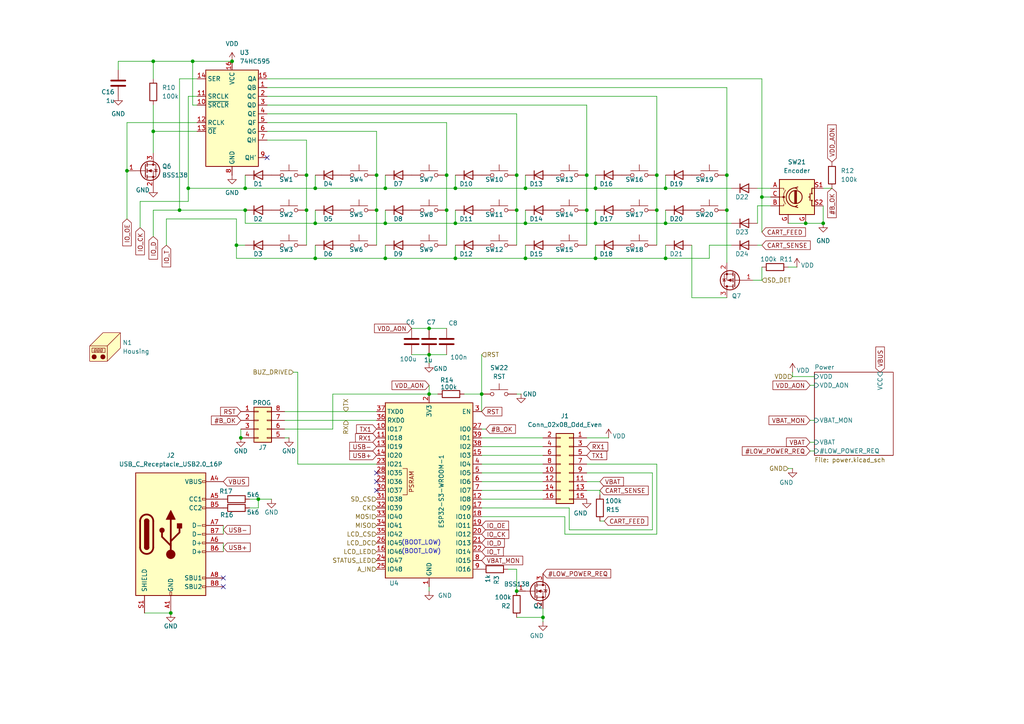
<source format=kicad_sch>
(kicad_sch (version 20231120) (generator "eeschema") (generator_version "8.0")
  (paper "A4")
  (junction (at 170.18 60.96))
  (junction (at 172.72 64.77))
  (junction (at 124.46 95.25))
  (junction (at 44.45 38.1))
  (junction (at 172.72 74.93))
  (junction (at 109.22 50.8))
  (junction (at 49.53 177.8))
  (junction (at 52.07 60.96))
  (junction (at 124.46 102.87))
  (junction (at 129.54 60.96))
  (junction (at 69.85 127))
  (junction (at 190.5 60.96))
  (junction (at 233.68 64.77))
  (junction (at 91.44 64.77))
  (junction (at 170.18 50.8))
  (junction (at 111.76 54.61))
  (junction (at 88.9 60.96))
  (junction (at 91.44 74.93))
  (junction (at 91.44 54.61))
  (junction (at 190.5 50.8))
  (junction (at 111.76 64.77))
  (junction (at 193.04 64.77))
  (junction (at 36.83 49.53))
  (junction (at 111.76 74.93))
  (junction (at 149.86 50.8))
  (junction (at 54.61 54.61))
  (junction (at 55.88 17.78))
  (junction (at 132.08 54.61))
  (junction (at 157.48 179.07))
  (junction (at 149.86 60.96))
  (junction (at 67.31 17.78))
  (junction (at 193.04 74.93))
  (junction (at 44.45 17.78))
  (junction (at 129.54 50.8))
  (junction (at 124.46 114.3))
  (junction (at 152.4 64.77))
  (junction (at 193.04 54.61))
  (junction (at 210.82 50.8))
  (junction (at 172.72 54.61))
  (junction (at 152.4 54.61))
  (junction (at 71.12 60.96))
  (junction (at 220.98 57.15))
  (junction (at 210.82 60.96))
  (junction (at 88.9 50.8))
  (junction (at 149.86 171.45))
  (junction (at 238.76 64.77))
  (junction (at 109.22 60.96))
  (junction (at 74.93 144.78))
  (junction (at 139.7 114.3))
  (junction (at 132.08 74.93))
  (junction (at 71.12 54.61))
  (junction (at 152.4 74.93))
  (junction (at 132.08 64.77))
  (junction (at 68.58 71.12))
  (no_connect (at 109.22 139.7))
  (no_connect (at 109.22 142.24))
  (no_connect (at 109.22 137.16))
  (no_connect (at 77.47 45.72))
  (no_connect (at 64.77 167.64))
  (no_connect (at 64.77 170.18))
  (wire (pts (xy 165.1 153.67) (xy 189.23 153.67)))
  (wire (pts (xy 82.55 124.46) (xy 96.52 124.46)))
  (wire (pts (xy 124.46 111.76) (xy 124.46 114.3)))
  (wire (pts (xy 172.72 54.61) (xy 193.04 54.61)))
  (wire (pts (xy 124.46 171.45) (xy 124.46 170.18)))
  (wire (pts (xy 88.9 50.8) (xy 88.9 60.96)))
  (wire (pts (xy 119.38 95.25) (xy 124.46 95.25)))
  (wire (pts (xy 71.12 64.77) (xy 71.12 60.96)))
  (wire (pts (xy 57.15 35.56) (xy 36.83 35.56)))
  (wire (pts (xy 48.26 63.5) (xy 68.58 63.5)))
  (wire (pts (xy 132.08 64.77) (xy 111.76 64.77)))
  (wire (pts (xy 140.97 124.46) (xy 139.7 124.46)))
  (wire (pts (xy 77.47 40.64) (xy 88.9 40.64)))
  (wire (pts (xy 190.5 27.94) (xy 190.5 50.8)))
  (wire (pts (xy 132.08 54.61) (xy 152.4 54.61)))
  (wire (pts (xy 220.98 22.86) (xy 220.98 57.15)))
  (wire (pts (xy 234.95 111.76) (xy 236.22 111.76)))
  (wire (pts (xy 48.26 63.5) (xy 48.26 71.12)))
  (wire (pts (xy 132.08 54.61) (xy 132.08 50.8)))
  (wire (pts (xy 219.71 64.77) (xy 219.71 59.69)))
  (wire (pts (xy 139.7 134.62) (xy 157.48 134.62)))
  (wire (pts (xy 234.95 130.81) (xy 236.22 130.81)))
  (wire (pts (xy 109.22 50.8) (xy 109.22 60.96)))
  (wire (pts (xy 152.4 64.77) (xy 132.08 64.77)))
  (wire (pts (xy 68.58 74.93) (xy 91.44 74.93)))
  (wire (pts (xy 44.45 17.78) (xy 44.45 22.86)))
  (wire (pts (xy 34.29 20.32) (xy 34.29 17.78)))
  (wire (pts (xy 40.64 58.42) (xy 54.61 58.42)))
  (wire (pts (xy 111.76 74.93) (xy 111.76 71.12)))
  (wire (pts (xy 111.76 74.93) (xy 132.08 74.93)))
  (wire (pts (xy 219.71 54.61) (xy 223.52 54.61)))
  (wire (pts (xy 234.95 121.92) (xy 236.22 121.92)))
  (wire (pts (xy 129.54 50.8) (xy 129.54 60.96)))
  (wire (pts (xy 172.72 64.77) (xy 152.4 64.77)))
  (wire (pts (xy 77.47 30.48) (xy 170.18 30.48)))
  (wire (pts (xy 152.4 74.93) (xy 172.72 74.93)))
  (wire (pts (xy 72.39 144.78) (xy 74.93 144.78)))
  (wire (pts (xy 67.31 17.78) (xy 55.88 17.78)))
  (wire (pts (xy 172.72 54.61) (xy 172.72 50.8)))
  (wire (pts (xy 165.1 147.32) (xy 165.1 153.67)))
  (wire (pts (xy 44.45 30.48) (xy 44.45 38.1)))
  (wire (pts (xy 193.04 64.77) (xy 212.09 64.77)))
  (wire (pts (xy 132.08 74.93) (xy 152.4 74.93)))
  (wire (pts (xy 193.04 74.93) (xy 193.04 71.12)))
  (wire (pts (xy 172.72 64.77) (xy 172.72 60.96)))
  (wire (pts (xy 238.76 54.61) (xy 241.3 54.61)))
  (wire (pts (xy 54.61 27.94) (xy 54.61 54.61)))
  (wire (pts (xy 111.76 64.77) (xy 91.44 64.77)))
  (wire (pts (xy 139.7 149.86) (xy 163.83 149.86)))
  (wire (pts (xy 41.91 177.8) (xy 49.53 177.8)))
  (wire (pts (xy 44.45 38.1) (xy 57.15 38.1)))
  (wire (pts (xy 205.74 71.12) (xy 212.09 71.12)))
  (wire (pts (xy 64.77 152.4) (xy 64.77 154.94)))
  (wire (pts (xy 173.99 139.7) (xy 170.18 139.7)))
  (wire (pts (xy 139.7 102.87) (xy 139.7 114.3)))
  (wire (pts (xy 139.7 144.78) (xy 157.48 144.78)))
  (wire (pts (xy 205.74 74.93) (xy 205.74 71.12)))
  (wire (pts (xy 220.98 71.12) (xy 219.71 71.12)))
  (wire (pts (xy 152.4 54.61) (xy 172.72 54.61)))
  (wire (pts (xy 72.39 147.32) (xy 74.93 147.32)))
  (wire (pts (xy 54.61 27.94) (xy 57.15 27.94)))
  (wire (pts (xy 170.18 30.48) (xy 170.18 50.8)))
  (wire (pts (xy 229.87 135.89) (xy 228.6 135.89)))
  (wire (pts (xy 219.71 59.69) (xy 223.52 59.69)))
  (wire (pts (xy 68.58 63.5) (xy 68.58 71.12)))
  (wire (pts (xy 134.62 114.3) (xy 139.7 114.3)))
  (wire (pts (xy 189.23 137.16) (xy 170.18 137.16)))
  (wire (pts (xy 149.86 165.1) (xy 149.86 171.45)))
  (wire (pts (xy 220.98 57.15) (xy 220.98 67.31)))
  (wire (pts (xy 91.44 74.93) (xy 91.44 71.12)))
  (wire (pts (xy 111.76 54.61) (xy 132.08 54.61)))
  (wire (pts (xy 157.48 180.34) (xy 157.48 179.07)))
  (wire (pts (xy 190.5 60.96) (xy 190.5 71.12)))
  (wire (pts (xy 129.54 60.96) (xy 129.54 71.12)))
  (wire (pts (xy 82.55 121.92) (xy 109.22 121.92)))
  (wire (pts (xy 193.04 60.96) (xy 193.04 64.77)))
  (wire (pts (xy 40.64 66.04) (xy 40.64 58.42)))
  (wire (pts (xy 139.7 137.16) (xy 157.48 137.16)))
  (wire (pts (xy 111.76 54.61) (xy 111.76 50.8)))
  (wire (pts (xy 139.7 129.54) (xy 157.48 129.54)))
  (wire (pts (xy 124.46 102.87) (xy 129.54 102.87)))
  (wire (pts (xy 36.83 35.56) (xy 36.83 49.53)))
  (wire (pts (xy 170.18 142.24) (xy 173.99 142.24)))
  (wire (pts (xy 74.93 144.78) (xy 74.93 147.32)))
  (wire (pts (xy 91.44 54.61) (xy 91.44 50.8)))
  (wire (pts (xy 173.99 142.24) (xy 173.99 143.51)))
  (wire (pts (xy 55.88 17.78) (xy 44.45 17.78)))
  (wire (pts (xy 139.7 139.7) (xy 157.48 139.7)))
  (wire (pts (xy 193.04 74.93) (xy 205.74 74.93)))
  (wire (pts (xy 152.4 74.93) (xy 152.4 71.12)))
  (wire (pts (xy 64.77 157.48) (xy 64.77 160.02)))
  (wire (pts (xy 223.52 57.15) (xy 220.98 57.15)))
  (wire (pts (xy 210.82 60.96) (xy 210.82 76.2)))
  (wire (pts (xy 36.83 63.5) (xy 36.83 49.53)))
  (wire (pts (xy 82.55 119.38) (xy 109.22 119.38)))
  (wire (pts (xy 220.98 22.86) (xy 77.47 22.86)))
  (wire (pts (xy 55.88 30.48) (xy 55.88 17.78)))
  (wire (pts (xy 86.36 134.62) (xy 86.36 107.95)))
  (wire (pts (xy 91.44 64.77) (xy 71.12 64.77)))
  (wire (pts (xy 44.45 68.58) (xy 44.45 60.96)))
  (wire (pts (xy 176.53 127) (xy 170.18 127)))
  (wire (pts (xy 170.18 50.8) (xy 170.18 60.96)))
  (wire (pts (xy 229.87 109.22) (xy 229.87 107.95)))
  (wire (pts (xy 238.76 59.69) (xy 238.76 64.77)))
  (wire (pts (xy 109.22 134.62) (xy 86.36 134.62)))
  (wire (pts (xy 172.72 74.93) (xy 193.04 74.93)))
  (wire (pts (xy 34.29 17.78) (xy 44.45 17.78)))
  (wire (pts (xy 77.47 38.1) (xy 109.22 38.1)))
  (wire (pts (xy 175.26 151.13) (xy 173.99 151.13)))
  (wire (pts (xy 139.7 147.32) (xy 165.1 147.32)))
  (wire (pts (xy 77.47 27.94) (xy 190.5 27.94)))
  (wire (pts (xy 57.15 30.48) (xy 55.88 30.48)))
  (wire (pts (xy 124.46 114.3) (xy 127 114.3)))
  (wire (pts (xy 96.52 114.3) (xy 124.46 114.3)))
  (wire (pts (xy 85.09 107.95) (xy 86.36 107.95)))
  (wire (pts (xy 193.04 54.61) (xy 193.04 50.8)))
  (wire (pts (xy 74.93 144.78) (xy 78.74 144.78)))
  (wire (pts (xy 210.82 25.4) (xy 210.82 50.8)))
  (wire (pts (xy 88.9 60.96) (xy 88.9 71.12)))
  (wire (pts (xy 77.47 35.56) (xy 129.54 35.56)))
  (wire (pts (xy 77.47 25.4) (xy 210.82 25.4)))
  (wire (pts (xy 210.82 50.8) (xy 210.82 60.96)))
  (wire (pts (xy 163.83 154.94) (xy 190.5 154.94)))
  (wire (pts (xy 151.13 114.3) (xy 149.86 114.3)))
  (wire (pts (xy 147.32 165.1) (xy 149.86 165.1)))
  (wire (pts (xy 236.22 109.22) (xy 229.87 109.22)))
  (wire (pts (xy 228.6 64.77) (xy 233.68 64.77)))
  (wire (pts (xy 139.7 119.38) (xy 139.7 114.3)))
  (wire (pts (xy 189.23 153.67) (xy 189.23 137.16)))
  (wire (pts (xy 149.86 179.07) (xy 157.48 179.07)))
  (wire (pts (xy 233.68 64.77) (xy 238.76 64.77)))
  (wire (pts (xy 218.44 81.28) (xy 220.98 81.28)))
  (wire (pts (xy 193.04 54.61) (xy 212.09 54.61)))
  (wire (pts (xy 170.18 60.96) (xy 170.18 71.12)))
  (wire (pts (xy 52.07 22.86) (xy 57.15 22.86)))
  (wire (pts (xy 44.45 60.96) (xy 52.07 60.96)))
  (wire (pts (xy 71.12 54.61) (xy 91.44 54.61)))
  (wire (pts (xy 139.7 127) (xy 157.48 127)))
  (wire (pts (xy 68.58 71.12) (xy 71.12 71.12)))
  (wire (pts (xy 91.44 64.77) (xy 91.44 60.96)))
  (wire (pts (xy 163.83 149.86) (xy 163.83 154.94)))
  (wire (pts (xy 132.08 64.77) (xy 132.08 60.96)))
  (wire (pts (xy 157.48 179.07) (xy 157.48 176.53)))
  (wire (pts (xy 124.46 95.25) (xy 129.54 95.25)))
  (wire (pts (xy 96.52 124.46) (xy 96.52 114.3)))
  (wire (pts (xy 139.7 132.08) (xy 157.48 132.08)))
  (wire (pts (xy 152.4 54.61) (xy 152.4 50.8)))
  (wire (pts (xy 190.5 154.94) (xy 190.5 134.62)))
  (wire (pts (xy 234.95 128.27) (xy 236.22 128.27)))
  (wire (pts (xy 172.72 71.12) (xy 172.72 74.93)))
  (wire (pts (xy 190.5 50.8) (xy 190.5 60.96)))
  (wire (pts (xy 124.46 105.41) (xy 124.46 102.87)))
  (wire (pts (xy 119.38 102.87) (xy 124.46 102.87)))
  (wire (pts (xy 193.04 64.77) (xy 172.72 64.77)))
  (wire (pts (xy 149.86 50.8) (xy 149.86 60.96)))
  (wire (pts (xy 54.61 54.61) (xy 71.12 54.61)))
  (wire (pts (xy 83.82 127) (xy 82.55 127)))
  (wire (pts (xy 200.66 71.12) (xy 200.66 86.36)))
  (wire (pts (xy 68.58 71.12) (xy 68.58 74.93)))
  (wire (pts (xy 52.07 60.96) (xy 71.12 60.96)))
  (wire (pts (xy 132.08 74.93) (xy 132.08 71.12)))
  (wire (pts (xy 77.47 33.02) (xy 149.86 33.02)))
  (wire (pts (xy 69.85 124.46) (xy 69.85 127)))
  (wire (pts (xy 152.4 64.77) (xy 152.4 60.96)))
  (wire (pts (xy 220.98 77.47) (xy 220.98 81.28)))
  (wire (pts (xy 109.22 60.96) (xy 109.22 71.12)))
  (wire (pts (xy 54.61 58.42) (xy 54.61 54.61)))
  (wire (pts (xy 139.7 142.24) (xy 157.48 142.24)))
  (wire (pts (xy 190.5 134.62) (xy 170.18 134.62)))
  (wire (pts (xy 111.76 64.77) (xy 111.76 60.96)))
  (wire (pts (xy 129.54 35.56) (xy 129.54 50.8)))
  (wire (pts (xy 88.9 40.64) (xy 88.9 50.8)))
  (wire (pts (xy 71.12 50.8) (xy 71.12 54.61)))
  (wire (pts (xy 149.86 60.96) (xy 149.86 71.12)))
  (wire (pts (xy 109.22 38.1) (xy 109.22 50.8)))
  (wire (pts (xy 231.14 77.47) (xy 228.6 77.47)))
  (wire (pts (xy 91.44 74.93) (xy 111.76 74.93)))
  (wire (pts (xy 149.86 33.02) (xy 149.86 50.8)))
  (wire (pts (xy 44.45 38.1) (xy 44.45 44.45)))
  (wire (pts (xy 91.44 54.61) (xy 111.76 54.61)))
  (wire (pts (xy 210.82 86.36) (xy 200.66 86.36)))
  (wire (pts (xy 52.07 60.96) (xy 52.07 22.86)))
  (text "(BOOT_LOW)" (at 122.174 160.02 0) (effects (font (size 1.27 1.27))))
  (text "(BOOT_LOW)" (at 122.174 157.48 0) (effects (font (size 1.27 1.27))))
  (global_label "VBAT_MON" (shape input) (at 139.7 162.56 0) (property "Intersheetrefs" "${INTERSHEET_REFS}" (effects (hide yes))))
  (global_label "VDD_AON" (shape input) (at 241.3 46.99 90) (property "Intersheetrefs" "${INTERSHEET_REFS}" (effects (hide yes))))
  (global_label "CART_FEED" (shape input) (at 175.26 151.13 0) (property "Intersheetrefs" "${INTERSHEET_REFS}" (effects (hide yes))))
  (global_label "VBUS" (shape input) (at 255.27 107.95 90) (property "Intersheetrefs" "${INTERSHEET_REFS}" (effects (hide yes))))
  (global_label "USB+" (shape input) (at 109.22 132.08 180) (property "Intersheetrefs" "${INTERSHEET_REFS}" (effects (hide yes))))
  (global_label "#LOW_POWER_REQ" (shape input) (at 157.48 166.37 0) (property "Intersheetrefs" "${INTERSHEET_REFS}" (effects (hide yes))))
  (global_label "RST" (shape input) (at 139.7 119.38 0) (property "Intersheetrefs" "${INTERSHEET_REFS}" (effects (hide yes))))
  (global_label "#B_OK" (shape input) (at 241.3 54.61 270) (property "Intersheetrefs" "${INTERSHEET_REFS}" (effects (hide yes))))
  (global_label "#B_OK" (shape input) (at 140.97 124.46 0) (property "Intersheetrefs" "${INTERSHEET_REFS}" (effects (hide yes))))
  (global_label "USB-" (shape input) (at 109.22 129.54 180) (property "Intersheetrefs" "${INTERSHEET_REFS}" (effects (hide yes))))
  (global_label "IO_D" (shape input) (at 44.45 68.58 270) (property "Intersheetrefs" "${INTERSHEET_REFS}" (effects (hide yes))))
  (global_label "#B_OK" (shape input) (at 69.85 121.92 180) (property "Intersheetrefs" "${INTERSHEET_REFS}" (effects (hide yes))))
  (global_label "TX1" (shape input) (at 170.18 132.08 0) (property "Intersheetrefs" "${INTERSHEET_REFS}" (effects (hide yes))))
  (global_label "RX1" (shape input) (at 170.18 129.54 0) (property "Intersheetrefs" "${INTERSHEET_REFS}" (effects (hide yes))))
  (global_label "TX1" (shape input) (at 109.22 124.46 180) (property "Intersheetrefs" "${INTERSHEET_REFS}" (effects (hide yes))))
  (global_label "#LOW_POWER_REQ" (shape input) (at 234.95 130.81 180) (property "Intersheetrefs" "${INTERSHEET_REFS}" (effects (hide yes))))
  (global_label "VBUS" (shape input) (at 64.77 139.7 0) (property "Intersheetrefs" "${INTERSHEET_REFS}" (effects (hide yes))))
  (global_label "IO_OE" (shape input) (at 36.83 63.5 270) (property "Intersheetrefs" "${INTERSHEET_REFS}" (effects (hide yes))))
  (global_label "CART_FEED" (shape input) (at 220.98 67.31 0) (property "Intersheetrefs" "${INTERSHEET_REFS}" (effects (hide yes))))
  (global_label "VDD_AON" (shape input) (at 124.46 111.76 180) (property "Intersheetrefs" "${INTERSHEET_REFS}" (effects (hide yes))))
  (global_label "VBAT" (shape input) (at 234.95 128.27 180) (property "Intersheetrefs" "${INTERSHEET_REFS}" (effects (hide yes))))
  (global_label "VDD_AON" (shape input) (at 234.95 111.76 180) (property "Intersheetrefs" "${INTERSHEET_REFS}" (effects (hide yes))))
  (global_label "VDD_AON" (shape input) (at 119.38 95.25 180) (property "Intersheetrefs" "${INTERSHEET_REFS}" (effects (hide yes))))
  (global_label "IO_CK" (shape input) (at 139.7 154.94 0) (property "Intersheetrefs" "${INTERSHEET_REFS}" (effects (hide yes))))
  (global_label "IO_CK" (shape input) (at 40.64 66.04 270) (property "Intersheetrefs" "${INTERSHEET_REFS}" (effects (hide yes))))
  (global_label "USB-" (shape input) (at 64.77 153.67 0) (property "Intersheetrefs" "${INTERSHEET_REFS}" (effects (hide yes))))
  (global_label "IO_T" (shape input) (at 139.7 160.02 0) (property "Intersheetrefs" "${INTERSHEET_REFS}" (effects (hide yes))))
  (global_label "IO_OE" (shape input) (at 139.7 152.4 0) (property "Intersheetrefs" "${INTERSHEET_REFS}" (effects (hide yes))))
  (global_label "IO_D" (shape input) (at 139.7 157.48 0) (property "Intersheetrefs" "${INTERSHEET_REFS}" (effects (hide yes))))
  (global_label "RX1" (shape input) (at 109.22 127 180) (property "Intersheetrefs" "${INTERSHEET_REFS}" (effects (hide yes))))
  (global_label "RST" (shape input) (at 69.85 119.38 180) (property "Intersheetrefs" "${INTERSHEET_REFS}" (effects (hide yes))))
  (global_label "CART_SENSE" (shape input) (at 173.99 142.24 0) (property "Intersheetrefs" "${INTERSHEET_REFS}" (effects (hide yes))))
  (global_label "CART_SENSE" (shape input) (at 220.98 71.12 0) (property "Intersheetrefs" "${INTERSHEET_REFS}" (effects (hide yes))))
  (global_label "USB+" (shape input) (at 64.77 158.75 0) (property "Intersheetrefs" "${INTERSHEET_REFS}" (effects (hide yes))))
  (global_label "VBAT" (shape input) (at 173.99 139.7 0) (property "Intersheetrefs" "${INTERSHEET_REFS}" (effects (hide yes))))
  (global_label "VBAT_MON" (shape input) (at 234.95 121.92 180) (property "Intersheetrefs" "${INTERSHEET_REFS}" (effects (hide yes))))
  (global_label "IO_T" (shape input) (at 48.26 71.12 270) (property "Intersheetrefs" "${INTERSHEET_REFS}" (effects (hide yes))))
  (hierarchical_label "RX" (shape input) (at 100.33 121.92 270))
  (hierarchical_label "SD_CS" (shape input) (at 109.22 144.78 180))
  (hierarchical_label "MISO" (shape input) (at 109.22 152.4 180))
  (hierarchical_label "TX" (shape input) (at 100.33 119.38 90))
  (hierarchical_label "CK" (shape input) (at 109.22 147.32 180))
  (hierarchical_label "RST" (shape input) (at 139.7 102.87 0))
  (hierarchical_label "VDD" (shape input) (at 229.87 109.22 180))
  (hierarchical_label "SD_DET" (shape input) (at 220.98 81.28 0))
  (hierarchical_label "LCD_DC" (shape input) (at 109.22 157.48 180))
  (hierarchical_label "LCD_CS" (shape input) (at 109.22 154.94 180))
  (hierarchical_label "GND" (shape input) (at 228.6 135.89 180))
  (hierarchical_label "STATUS_LED" (shape input) (at 109.22 162.56 180))
  (hierarchical_label "MOSI" (shape input) (at 109.22 149.86 180))
  (hierarchical_label "A_IN" (shape input) (at 109.22 165.1 180))
  (hierarchical_label "BUZ_DRIVE" (shape input) (at 85.09 107.95 180))
  (hierarchical_label "LCD_LED" (shape input) (at 109.22 160.02 180))
  (symbol (lib_id "Mechanical:Housing") (at 31.75 100.33 0) (unit 1) (exclude_from_sim yes)
    (property "Reference" "N1" (at 35.56 99.3774 0) (effects (justify left)))
    (property "Value" "Housing" (at 35.56 101.9174 0) (effects (justify left)))
    (property "Footprint" "Symbol:OSHW-Symbol_6.7x6mm_SilkScreen" (effects (hide yes)))
    (property "Description" "Housing" (effects (hide yes)))
  )
  (symbol (lib_id "Device:D") (at 115.57 50.8 0) (unit 1)
    (property "Reference" "D7" (at 116.84 53.34 0) (effects (justify right)))
    (property "Value" "D" (effects (hide yes)))
    (property "Footprint" "Diode_SMD:D_0805_2012Metric_Pad1.15x1.40mm_HandSolder" (effects (hide yes)))
    (property "Description" "Diode" (effects (hide yes)))
    (property "Sim.Device" "D" (effects (hide yes)))
    (property "Sim.Pins" "1=K 2=A" (effects (hide yes)))
  )
  (symbol (lib_id "Device:R") (at 44.45 26.67 0) (unit 1)
    (property "Reference" "R10" (at 46.99 25.3999 0) (effects (justify left)))
    (property "Value" "100k" (at 46.99 27.9399 0) (effects (justify left)))
    (property "Footprint" "Resistor_SMD:R_0805_2012Metric_Pad1.20x1.40mm_HandSolder" (effects (hide yes)))
    (property "Description" "Resistor" (effects (hide yes)))
  )
  (symbol (lib_id "Device:D") (at 115.57 60.96 0) (unit 1)
    (property "Reference" "D8" (at 116.84 63.5 0) (effects (justify right)))
    (property "Value" "D" (effects (hide yes)))
    (property "Footprint" "Diode_SMD:D_0805_2012Metric_Pad1.15x1.40mm_HandSolder" (effects (hide yes)))
    (property "Description" "Diode" (effects (hide yes)))
    (property "Sim.Device" "D" (effects (hide yes)))
    (property "Sim.Pins" "1=K 2=A" (effects (hide yes)))
  )
  (symbol (lib_id "74xx:74HC595") (at 67.31 33.02 0) (unit 1)
    (property "Reference" "U3" (at 69.5041 15.24 0) (effects (justify left)))
    (property "Value" "74HC595" (at 69.5041 17.78 0) (effects (justify left)))
    (property "Footprint" "Package_SO:SOIC-16_3.9x9.9mm_P1.27mm" (effects (hide yes)))
    (property "Datasheet" "http://www.ti.com/lit/ds/symlink/sn74hc595.pdf" (effects (hide yes)))
    (property "Description" "8-bit serial in/out Shift Register 3-State Outputs" (effects (hide yes)))
  )
  (symbol (lib_id "Switch:SW_Push") (at 83.82 50.8 0) (unit 1)
    (property "Reference" "SW1" (at 85.09 52.07 0) (effects (justify right)))
    (property "Value" "SW_Push" (effects (hide yes)))
    (property "Footprint" "footprints:Combo_MechanicalSwitch" (effects (hide yes)))
    (property "Description" "Push button switch, generic, two pins" (effects (hide yes)))
  )
  (symbol (lib_id "Device:R") (at 68.58 144.78 90) (unit 1)
    (property "Reference" "R17" (at 65.532 142.494 90))
    (property "Value" "5k6" (at 73.406 143.51 90))
    (property "Footprint" "Resistor_SMD:R_0805_2012Metric_Pad1.20x1.40mm_HandSolder" (effects (hide yes)))
    (property "Description" "Resistor" (effects (hide yes)))
  )
  (symbol (lib_id "power:GND") (at 170.18 144.78 0) (unit 1)
    (property "Reference" "#PWR015" (effects (hide yes)))
    (property "Value" "GND" (at 170.434 148.844 0) (effects (justify right)))
    (property "Description" "Power symbol creates a global label with name \"GND\" , ground" (effects (hide yes)))
  )
  (symbol (lib_id "power:VDD") (at 229.87 107.95 0) (unit 1)
    (property "Reference" "#PWR016" (effects (hide yes)))
    (property "Value" "VDD" (at 232.918 107.442 0))
    (property "Description" "Power symbol creates a global label with name \"VDD\"" (effects (hide yes)))
  )
  (symbol (lib_id "Device:C") (at 129.54 99.06 0) (unit 1)
    (property "Reference" "C8" (at 130.048 93.726 0) (effects (justify left)))
    (property "Value" "100n" (at 130.556 103.632 0) (effects (justify left)))
    (property "Footprint" "Resistor_SMD:R_0805_2012Metric_Pad1.20x1.40mm_HandSolder" (effects (hide yes)))
    (property "Description" "Unpolarized capacitor" (effects (hide yes)))
  )
  (symbol (lib_id "Switch:SW_Push") (at 144.78 114.3 0) (unit 1)
    (property "Reference" "SW22" (at 144.78 106.68 0))
    (property "Value" "RST" (at 144.78 109.22 0))
    (property "Footprint" "Button_Switch_SMD:SW_SPST_PTS647_Sx38" (effects (hide yes)))
    (property "Description" "Push button switch, generic, two pins" (effects (hide yes)))
  )
  (symbol (lib_id "Device:R") (at 241.3 50.8 0) (unit 1)
    (property "Reference" "R12" (at 243.84 49.5299 0) (effects (justify left)))
    (property "Value" "100k" (at 243.84 52.0699 0) (effects (justify left)))
    (property "Footprint" "Resistor_SMD:R_0805_2012Metric_Pad1.20x1.40mm_HandSolder" (effects (hide yes)))
    (property "Description" "Resistor" (effects (hide yes)))
  )
  (symbol (lib_id "power:GND") (at 49.53 177.8 0) (unit 1)
    (property "Reference" "#PWR02" (effects (hide yes)))
    (property "Value" "GND" (at 49.53 181.61 0))
    (property "Description" "Power symbol creates a global label with name \"GND\" , ground" (effects (hide yes)))
  )
  (symbol (lib_id "Device:R") (at 143.51 165.1 270) (mirror x) (unit 1)
    (property "Reference" "R3" (at 144.018 166.878 0) (effects (justify right)))
    (property "Value" "1k" (at 141.478 166.624 0) (effects (justify right)))
    (property "Footprint" "Resistor_SMD:R_0805_2012Metric_Pad1.20x1.40mm_HandSolder" (effects (hide yes)))
    (property "Description" "Resistor" (effects (hide yes)))
  )
  (symbol (lib_id "Device:D") (at 135.89 60.96 0) (unit 1)
    (property "Reference" "D11" (at 137.16 63.5 0) (effects (justify right)))
    (property "Value" "D" (effects (hide yes)))
    (property "Footprint" "Diode_SMD:D_0805_2012Metric_Pad1.15x1.40mm_HandSolder" (effects (hide yes)))
    (property "Description" "Diode" (effects (hide yes)))
    (property "Sim.Device" "D" (effects (hide yes)))
    (property "Sim.Pins" "1=K 2=A" (effects (hide yes)))
  )
  (symbol (lib_id "Transistor_FET:BSS138") (at 154.94 171.45 0) (unit 1)
    (property "Reference" "Q2" (at 154.686 175.768 0) (effects (justify left)))
    (property "Value" "BSS138" (at 153.67 169.418 0) (effects (justify right)))
    (property "Footprint" "Package_TO_SOT_SMD:SOT-23" (effects (hide yes)))
    (property "Datasheet" "https://www.onsemi.com/pub/Collateral/BSS138-D.PDF" (effects (hide yes)))
    (property "Description" "50V Vds, 0.22A Id, N-Channel MOSFET, SOT-23" (effects (hide yes)))
  )
  (symbol (lib_id "Device:D") (at 95.25 50.8 0) (unit 1)
    (property "Reference" "D4" (at 96.52 53.34 0) (effects (justify right)))
    (property "Value" "D" (effects (hide yes)))
    (property "Footprint" "Diode_SMD:D_0805_2012Metric_Pad1.15x1.40mm_HandSolder" (effects (hide yes)))
    (property "Description" "Diode" (effects (hide yes)))
    (property "Sim.Device" "D" (effects (hide yes)))
    (property "Sim.Pins" "1=K 2=A" (effects (hide yes)))
  )
  (symbol (lib_id "Switch:SW_Push") (at 165.1 60.96 0) (unit 1)
    (property "Reference" "SW14" (at 166.37 62.23 0) (effects (justify right)))
    (property "Value" "SW_Push" (effects (hide yes)))
    (property "Footprint" "footprints:Combo_MechanicalSwitch" (effects (hide yes)))
    (property "Description" "Push button switch, generic, two pins" (effects (hide yes)))
  )
  (symbol (lib_id "Switch:SW_Push") (at 165.1 50.8 0) (unit 1)
    (property "Reference" "SW13" (at 166.37 52.07 0) (effects (justify right)))
    (property "Value" "SW_Push" (effects (hide yes)))
    (property "Footprint" "footprints:Combo_MechanicalSwitch" (effects (hide yes)))
    (property "Description" "Push button switch, generic, two pins" (effects (hide yes)))
  )
  (symbol (lib_id "Transistor_FET:AO3401A") (at 213.36 81.28 180) (unit 1)
    (property "Reference" "Q7" (at 213.614 85.852 0))
    (property "Value" "AO3401A" (effects (hide yes)))
    (property "Footprint" "Package_TO_SOT_SMD:SOT-23" (effects (hide yes)))
    (property "Datasheet" "http://www.aosmd.com/pdfs/datasheet/AO3401A.pdf" (effects (hide yes)))
    (property "Description" "-4.0A Id, -30V Vds, P-Channel MOSFET, SOT-23" (effects (hide yes)))
  )
  (symbol (lib_id "Device:D") (at 156.21 50.8 0) (unit 1)
    (property "Reference" "D13" (at 157.48 53.34 0) (effects (justify right)))
    (property "Value" "D" (effects (hide yes)))
    (property "Footprint" "Diode_SMD:D_0805_2012Metric_Pad1.15x1.40mm_HandSolder" (effects (hide yes)))
    (property "Description" "Diode" (effects (hide yes)))
    (property "Sim.Device" "D" (effects (hide yes)))
    (property "Sim.Pins" "1=K 2=A" (effects (hide yes)))
  )
  (symbol (lib_id "Switch:SW_Push") (at 104.14 71.12 0) (unit 1)
    (property "Reference" "SW6" (at 105.41 72.39 0) (effects (justify right)))
    (property "Value" "SW_Push" (effects (hide yes)))
    (property "Footprint" "footprints:Combo_MechanicalSwitch" (effects (hide yes)))
    (property "Description" "Push button switch, generic, two pins" (effects (hide yes)))
  )
  (symbol (lib_id "Switch:SW_Push") (at 205.74 50.8 0) (unit 1)
    (property "Reference" "SW19" (at 207.01 52.07 0) (effects (justify right)))
    (property "Value" "SW_Push" (effects (hide yes)))
    (property "Footprint" "footprints:Combo_MechanicalSwitch" (effects (hide yes)))
    (property "Description" "Push button switch, generic, two pins" (effects (hide yes)))
  )
  (symbol (lib_id "Device:D") (at 196.85 60.96 0) (unit 1)
    (property "Reference" "D20" (at 198.12 63.5 0) (effects (justify right)))
    (property "Value" "D" (effects (hide yes)))
    (property "Footprint" "Diode_SMD:D_0805_2012Metric_Pad1.15x1.40mm_HandSolder" (effects (hide yes)))
    (property "Description" "Diode" (effects (hide yes)))
    (property "Sim.Device" "D" (effects (hide yes)))
    (property "Sim.Pins" "1=K 2=A" (effects (hide yes)))
  )
  (symbol (lib_id "Device:D") (at 156.21 60.96 0) (unit 1)
    (property "Reference" "D14" (at 157.48 63.5 0) (effects (justify right)))
    (property "Value" "D" (effects (hide yes)))
    (property "Footprint" "Diode_SMD:D_0805_2012Metric_Pad1.15x1.40mm_HandSolder" (effects (hide yes)))
    (property "Description" "Diode" (effects (hide yes)))
    (property "Sim.Device" "D" (effects (hide yes)))
    (property "Sim.Pins" "1=K 2=A" (effects (hide yes)))
  )
  (symbol (lib_id "Device:D") (at 215.9 54.61 0) (unit 1)
    (property "Reference" "D22" (at 217.17 57.15 0) (effects (justify right)))
    (property "Value" "D" (effects (hide yes)))
    (property "Footprint" "Diode_SMD:D_0805_2012Metric_Pad1.15x1.40mm_HandSolder" (effects (hide yes)))
    (property "Description" "Diode" (effects (hide yes)))
    (property "Sim.Device" "D" (effects (hide yes)))
    (property "Sim.Pins" "1=K 2=A" (effects (hide yes)))
  )
  (symbol (lib_id "power:GND") (at 151.13 114.3 0) (mirror y) (unit 1)
    (property "Reference" "#PWR06" (effects (hide yes)))
    (property "Value" "GND" (at 153.67 114.3 0))
    (property "Description" "Power symbol creates a global label with name \"GND\" , ground" (effects (hide yes)))
  )
  (symbol (lib_id "Device:RotaryEncoder_Switch") (at 231.14 57.15 0) (unit 1)
    (property "Reference" "SW21" (at 231.14 46.99 0))
    (property "Value" "Encoder" (at 231.14 49.53 0))
    (property "Footprint" "footprints:RotaryEncoder_Alps_EC11E-Switch_Vertical_H20mm" (effects (hide yes)))
    (property "Description" "Rotary encoder, dual channel, incremental quadrate outputs, with switch" (effects (hide yes)))
  )
  (symbol (lib_id "Device:C") (at 124.46 99.06 0) (unit 1)
    (property "Reference" "C7" (at 123.698 93.472 0) (effects (justify left)))
    (property "Value" "1u" (at 122.936 104.394 0) (effects (justify left)))
    (property "Footprint" "Capacitor_SMD:C_1206_3216Metric" (effects (hide yes)))
    (property "Description" "Unpolarized capacitor" (effects (hide yes)))
  )
  (symbol (lib_id "Device:R") (at 173.99 147.32 180) (unit 1)
    (property "Reference" "R15" (at 175.768 147.828 0) (effects (justify right)))
    (property "Value" "100k" (at 175.514 145.288 0) (effects (justify right)))
    (property "Footprint" "Resistor_SMD:R_0805_2012Metric_Pad1.20x1.40mm_HandSolder" (effects (hide yes)))
    (property "Description" "Resistor" (effects (hide yes)))
  )
  (symbol (lib_id "Device:D") (at 156.21 71.12 0) (unit 1)
    (property "Reference" "D15" (at 157.48 73.66 0) (effects (justify right)))
    (property "Value" "D" (effects (hide yes)))
    (property "Footprint" "Diode_SMD:D_0805_2012Metric_Pad1.15x1.40mm_HandSolder" (effects (hide yes)))
    (property "Description" "Diode" (effects (hide yes)))
    (property "Sim.Device" "D" (effects (hide yes)))
    (property "Sim.Pins" "1=K 2=A" (effects (hide yes)))
  )
  (symbol (lib_id "Device:D") (at 95.25 60.96 0) (unit 1)
    (property "Reference" "D5" (at 96.52 63.5 0) (effects (justify right)))
    (property "Value" "D" (effects (hide yes)))
    (property "Footprint" "Diode_SMD:D_0805_2012Metric_Pad1.15x1.40mm_HandSolder" (effects (hide yes)))
    (property "Description" "Diode" (effects (hide yes)))
    (property "Sim.Device" "D" (effects (hide yes)))
    (property "Sim.Pins" "1=K 2=A" (effects (hide yes)))
  )
  (symbol (lib_id "Device:D") (at 74.93 60.96 0) (unit 1)
    (property "Reference" "D2" (at 76.2 63.5 0) (effects (justify right)))
    (property "Value" "D" (effects (hide yes)))
    (property "Footprint" "Diode_SMD:D_0805_2012Metric_Pad1.15x1.40mm_HandSolder" (effects (hide yes)))
    (property "Description" "Diode" (effects (hide yes)))
    (property "Sim.Device" "D" (effects (hide yes)))
    (property "Sim.Pins" "1=K 2=A" (effects (hide yes)))
  )
  (symbol (lib_id "power:GND") (at 69.85 127 0) (mirror y) (unit 1)
    (property "Reference" "#PWR08" (effects (hide yes)))
    (property "Value" "GND" (at 69.85 130.81 0))
    (property "Description" "Power symbol creates a global label with name \"GND\" , ground" (effects (hide yes)))
  )
  (symbol (lib_id "Connector:USB_C_Receptacle_USB2.0_16P") (at 49.53 154.94 0) (unit 1)
    (property "Reference" "J2" (at 49.53 132.08 0))
    (property "Value" "USB_C_Receptacle_USB2.0_16P" (at 49.53 134.62 0))
    (property "Footprint" "Connector_USB:USB_C_Receptacle_GCT_USB4105-xx-A_16P_TopMnt_Horizontal" (effects (hide yes)))
    (property "Datasheet" "https://www.usb.org/sites/default/files/documents/usb_type-c.zip" (effects (hide yes)))
    (property "Description" "USB 2.0-only 16P Type-C Receptacle connector" (effects (hide yes)))
  )
  (symbol (lib_id "power:GND") (at 34.29 27.94 0) (unit 1)
    (property "Reference" "#PWR035" (effects (hide yes)))
    (property "Value" "GND" (at 34.29 33.02 0))
    (property "Description" "Power symbol creates a global label with name \"GND\" , ground" (effects (hide yes)))
  )
  (symbol (lib_id "Device:D") (at 176.53 50.8 0) (unit 1)
    (property "Reference" "D16" (at 177.8 53.34 0) (effects (justify right)))
    (property "Value" "D" (effects (hide yes)))
    (property "Footprint" "Diode_SMD:D_0805_2012Metric_Pad1.15x1.40mm_HandSolder" (effects (hide yes)))
    (property "Description" "Diode" (effects (hide yes)))
    (property "Sim.Device" "D" (effects (hide yes)))
    (property "Sim.Pins" "1=K 2=A" (effects (hide yes)))
  )
  (symbol (lib_id "Connector_Generic:Conn_02x04_Counter_Clockwise") (at 74.93 121.92 0) (unit 1)
    (property "Reference" "J7" (at 76.2 129.794 0))
    (property "Value" "PROG" (at 75.946 116.84 0))
    (property "Footprint" "Connector_PinHeader_1.27mm:PinHeader_2x04_P1.27mm_Vertical_SMD" (effects (hide yes)))
    (property "Description" "Generic connector, double row, 02x04, counter clockwise pin numbering scheme (similar to DIP package numbering), script generated (kicad-library-utils/schlib/autogen/connector/)" (effects (hide yes)))
  )
  (symbol (lib_id "Device:C") (at 34.29 24.13 0) (mirror y) (unit 1)
    (property "Reference" "C16" (at 33.274 26.67 0) (effects (justify left)))
    (property "Value" "1u" (at 33.274 29.21 0) (effects (justify left)))
    (property "Footprint" "Resistor_SMD:R_0805_2012Metric" (effects (hide yes)))
    (property "Description" "Unpolarized capacitor" (effects (hide yes)))
  )
  (symbol (lib_id "Switch:SW_Push") (at 124.46 71.12 0) (unit 1)
    (property "Reference" "SW9" (at 125.73 72.39 0) (effects (justify right)))
    (property "Value" "SW_Push" (effects (hide yes)))
    (property "Footprint" "footprints:Combo_MechanicalSwitch" (effects (hide yes)))
    (property "Description" "Push button switch, generic, two pins" (effects (hide yes)))
  )
  (symbol (lib_id "power:GND") (at 44.45 54.61 0) (unit 1)
    (property "Reference" "#PWR07" (effects (hide yes)))
    (property "Value" "GND" (at 41.402 55.118 0))
    (property "Description" "Power symbol creates a global label with name \"GND\" , ground" (effects (hide yes)))
  )
  (symbol (lib_id "Device:D") (at 176.53 71.12 0) (unit 1)
    (property "Reference" "D18" (at 177.8 73.66 0) (effects (justify right)))
    (property "Value" "D" (effects (hide yes)))
    (property "Footprint" "Diode_SMD:D_0805_2012Metric_Pad1.15x1.40mm_HandSolder" (effects (hide yes)))
    (property "Description" "Diode" (effects (hide yes)))
    (property "Sim.Device" "D" (effects (hide yes)))
    (property "Sim.Pins" "1=K 2=A" (effects (hide yes)))
  )
  (symbol (lib_id "power:GND") (at 229.87 135.89 0) (unit 1)
    (property "Reference" "#PWR034" (effects (hide yes)))
    (property "Value" "GND" (at 230.124 139.954 0) (effects (justify right)))
    (property "Description" "Power symbol creates a global label with name \"GND\" , ground" (effects (hide yes)))
  )
  (symbol (lib_id "Device:D") (at 196.85 71.12 0) (unit 1)
    (property "Reference" "D21" (at 198.12 73.66 0) (effects (justify right)))
    (property "Value" "D" (effects (hide yes)))
    (property "Footprint" "Diode_SMD:D_0805_2012Metric_Pad1.15x1.40mm_HandSolder" (effects (hide yes)))
    (property "Description" "Diode" (effects (hide yes)))
    (property "Sim.Device" "D" (effects (hide yes)))
    (property "Sim.Pins" "1=K 2=A" (effects (hide yes)))
  )
  (symbol (lib_id "Switch:SW_Push") (at 185.42 50.8 0) (unit 1)
    (property "Reference" "SW16" (at 186.69 52.07 0) (effects (justify right)))
    (property "Value" "SW_Push" (effects (hide yes)))
    (property "Footprint" "footprints:Combo_MechanicalSwitch" (effects (hide yes)))
    (property "Description" "Push button switch, generic, two pins" (effects (hide yes)))
  )
  (symbol (lib_id "Device:R") (at 149.86 175.26 0) (mirror x) (unit 1)
    (property "Reference" "R2" (at 148.082 175.768 0) (effects (justify right)))
    (property "Value" "100k" (at 148.336 173.228 0) (effects (justify right)))
    (property "Footprint" "Resistor_SMD:R_0805_2012Metric_Pad1.20x1.40mm_HandSolder" (effects (hide yes)))
    (property "Description" "Resistor" (effects (hide yes)))
  )
  (symbol (lib_id "power:VDD") (at 231.14 77.47 0) (unit 1)
    (property "Reference" "#PWR013" (effects (hide yes)))
    (property "Value" "VDD" (at 234.188 76.962 0))
    (property "Description" "Power symbol creates a global label with name \"VDD\"" (effects (hide yes)))
  )
  (symbol (lib_id "power:GND") (at 124.46 105.41 0) (unit 1)
    (property "Reference" "#PWR017" (effects (hide yes)))
    (property "Value" "GND" (at 127.762 106.934 0))
    (property "Description" "Power symbol creates a global label with name \"GND\" , ground" (effects (hide yes)))
  )
  (symbol (lib_id "Device:D") (at 74.93 71.12 0) (unit 1)
    (property "Reference" "D3" (at 76.2 73.66 0) (effects (justify right)))
    (property "Value" "D" (effects (hide yes)))
    (property "Footprint" "Diode_SMD:D_0805_2012Metric_Pad1.15x1.40mm_HandSolder" (effects (hide yes)))
    (property "Description" "Diode" (effects (hide yes)))
    (property "Sim.Device" "D" (effects (hide yes)))
    (property "Sim.Pins" "1=K 2=A" (effects (hide yes)))
  )
  (symbol (lib_id "Switch:SW_Push") (at 205.74 60.96 0) (unit 1)
    (property "Reference" "SW20" (at 207.01 62.23 0) (effects (justify right)))
    (property "Value" "SW_Push" (effects (hide yes)))
    (property "Footprint" "footprints:Combo_MechanicalSwitch" (effects (hide yes)))
    (property "Description" "Push button switch, generic, two pins" (effects (hide yes)))
  )
  (symbol (lib_id "power:GND") (at 238.76 64.77 0) (unit 1)
    (property "Reference" "#PWR014" (effects (hide yes)))
    (property "Value" "GND" (at 238.76 69.85 0))
    (property "Description" "Power symbol creates a global label with name \"GND\" , ground" (effects (hide yes)))
  )
  (symbol (lib_id "Switch:SW_Push") (at 185.42 60.96 0) (unit 1)
    (property "Reference" "SW17" (at 186.69 62.23 0) (effects (justify right)))
    (property "Value" "SW_Push" (effects (hide yes)))
    (property "Footprint" "footprints:Combo_MechanicalSwitch" (effects (hide yes)))
    (property "Description" "Push button switch, generic, two pins" (effects (hide yes)))
  )
  (symbol (lib_id "Switch:SW_Push") (at 124.46 60.96 0) (unit 1)
    (property "Reference" "SW8" (at 125.73 62.23 0) (effects (justify right)))
    (property "Value" "SW_Push" (effects (hide yes)))
    (property "Footprint" "footprints:Combo_MechanicalSwitch" (effects (hide yes)))
    (property "Description" "Push button switch, generic, two pins" (effects (hide yes)))
  )
  (symbol (lib_id "Device:D") (at 215.9 64.77 0) (unit 1)
    (property "Reference" "D23" (at 217.17 67.31 0) (effects (justify right)))
    (property "Value" "D" (effects (hide yes)))
    (property "Footprint" "Diode_SMD:D_0805_2012Metric_Pad1.15x1.40mm_HandSolder" (effects (hide yes)))
    (property "Description" "Diode" (effects (hide yes)))
    (property "Sim.Device" "D" (effects (hide yes)))
    (property "Sim.Pins" "1=K 2=A" (effects (hide yes)))
  )
  (symbol (lib_id "Device:D") (at 115.57 71.12 0) (unit 1)
    (property "Reference" "D9" (at 116.84 73.66 0) (effects (justify right)))
    (property "Value" "D" (effects (hide yes)))
    (property "Footprint" "Diode_SMD:D_0805_2012Metric_Pad1.15x1.40mm_HandSolder" (effects (hide yes)))
    (property "Description" "Diode" (effects (hide yes)))
    (property "Sim.Device" "D" (effects (hide yes)))
    (property "Sim.Pins" "1=K 2=A" (effects (hide yes)))
  )
  (symbol (lib_id "power:GND") (at 124.46 171.45 0) (mirror y) (unit 1)
    (property "Reference" "#PWR04" (effects (hide yes)))
    (property "Value" "GND" (at 127 172.7199 0) (effects (justify right)))
    (property "Description" "Power symbol creates a global label with name \"GND\" , ground" (effects (hide yes)))
  )
  (symbol (lib_id "Device:D") (at 95.25 71.12 0) (unit 1)
    (property "Reference" "D6" (at 96.52 73.66 0) (effects (justify right)))
    (property "Value" "D" (effects (hide yes)))
    (property "Footprint" "Diode_SMD:D_0805_2012Metric_Pad1.15x1.40mm_HandSolder" (effects (hide yes)))
    (property "Description" "Diode" (effects (hide yes)))
    (property "Sim.Device" "D" (effects (hide yes)))
    (property "Sim.Pins" "1=K 2=A" (effects (hide yes)))
  )
  (symbol (lib_id "Switch:SW_Push") (at 144.78 60.96 0) (unit 1)
    (property "Reference" "SW11" (at 146.05 62.23 0) (effects (justify right)))
    (property "Value" "SW_Push" (effects (hide yes)))
    (property "Footprint" "footprints:Combo_MechanicalSwitch" (effects (hide yes)))
    (property "Description" "Push button switch, generic, two pins" (effects (hide yes)))
  )
  (symbol (lib_id "Device:D") (at 135.89 50.8 0) (unit 1)
    (property "Reference" "D10" (at 137.16 53.34 0) (effects (justify right)))
    (property "Value" "D" (effects (hide yes)))
    (property "Footprint" "Diode_SMD:D_0805_2012Metric_Pad1.15x1.40mm_HandSolder" (effects (hide yes)))
    (property "Description" "Diode" (effects (hide yes)))
    (property "Sim.Device" "D" (effects (hide yes)))
    (property "Sim.Pins" "1=K 2=A" (effects (hide yes)))
  )
  (symbol (lib_id "Device:D") (at 176.53 60.96 0) (unit 1)
    (property "Reference" "D17" (at 177.8 63.5 0) (effects (justify right)))
    (property "Value" "D" (effects (hide yes)))
    (property "Footprint" "Diode_SMD:D_0805_2012Metric_Pad1.15x1.40mm_HandSolder" (effects (hide yes)))
    (property "Description" "Diode" (effects (hide yes)))
    (property "Sim.Device" "D" (effects (hide yes)))
    (property "Sim.Pins" "1=K 2=A" (effects (hide yes)))
  )
  (symbol (lib_id "Switch:SW_Push") (at 104.14 60.96 0) (unit 1)
    (property "Reference" "SW5" (at 105.41 62.23 0) (effects (justify right)))
    (property "Value" "SW_Push" (effects (hide yes)))
    (property "Footprint" "footprints:Combo_MechanicalSwitch" (effects (hide yes)))
    (property "Description" "Push button switch, generic, two pins" (effects (hide yes)))
  )
  (symbol (lib_id "RF_Module:ESP32-S3-WROOM-1") (at 124.46 142.24 0) (mirror y) (unit 1)
    (property "Reference" "U4" (at 114.3 169.164 0))
    (property "Value" "ESP32-S3-WROOM-1" (at 128.016 142.494 90))
    (property "Footprint" "footprints:ESP32-S3-WROOM-1-Compact-Court" (effects (hide yes)))
    (property "Datasheet" "https://www.espressif.com/sites/default/files/documentation/esp32-s3-wroom-1_wroom-1u_datasheet_en.pdf" (effects (hide yes)))
    (property "Description" "RF Module, ESP32-S3 SoC, Wi-Fi 802.11b/g/n, Bluetooth, BLE, 32-bit, 3.3V, onboard antenna, SMD" (effects (hide yes)))
  )
  (symbol (lib_id "power:GND") (at 67.31 50.8 0) (unit 1)
    (property "Reference" "#PWR011" (effects (hide yes)))
    (property "Value" "GND" (at 67.31 55.88 0))
    (property "Description" "Power symbol creates a global label with name \"GND\" , ground" (effects (hide yes)))
  )
  (symbol (lib_id "power:GND") (at 157.48 180.34 0) (unit 1)
    (property "Reference" "#PWR025" (effects (hide yes)))
    (property "Value" "GND" (at 157.734 184.404 0) (effects (justify right)))
    (property "Description" "Power symbol creates a global label with name \"GND\" , ground" (effects (hide yes)))
  )
  (symbol (lib_id "Switch:SW_Push") (at 83.82 71.12 0) (unit 1)
    (property "Reference" "SW3" (at 85.09 72.39 0) (effects (justify right)))
    (property "Value" "SW_Push" (effects (hide yes)))
    (property "Footprint" "footprints:Combo_MechanicalSwitch" (effects (hide yes)))
    (property "Description" "Push button switch, generic, two pins" (effects (hide yes)))
  )
  (symbol (lib_id "power:GND") (at 83.82 127 0) (mirror y) (unit 1)
    (property "Reference" "#PWR09" (effects (hide yes)))
    (property "Value" "GND" (at 83.82 130.81 0))
    (property "Description" "Power symbol creates a global label with name \"GND\" , ground" (effects (hide yes)))
  )
  (symbol (lib_id "Device:C") (at 119.38 99.06 0) (mirror y) (unit 1)
    (property "Reference" "C6" (at 120.396 93.472 0) (effects (justify left)))
    (property "Value" "100u" (at 120.904 104.14 0) (effects (justify left)))
    (property "Footprint" "Capacitor_SMD:C_Elec_5x5.4" (effects (hide yes)))
    (property "Description" "Unpolarized capacitor" (effects (hide yes)))
  )
  (symbol (lib_id "Switch:SW_Push") (at 165.1 71.12 0) (unit 1)
    (property "Reference" "SW15" (at 166.37 72.39 0) (effects (justify right)))
    (property "Value" "SW_Push" (effects (hide yes)))
    (property "Footprint" "footprints:Combo_MechanicalSwitch" (effects (hide yes)))
    (property "Description" "Push button switch, generic, two pins" (effects (hide yes)))
  )
  (symbol (lib_id "power:VDD") (at 67.31 17.78 0) (unit 1)
    (property "Reference" "#PWR010" (effects (hide yes)))
    (property "Value" "VDD" (at 67.31 12.7 0))
    (property "Description" "Power symbol creates a global label with name \"VDD\"" (effects (hide yes)))
  )
  (symbol (lib_id "Device:D") (at 74.93 50.8 0) (unit 1)
    (property "Reference" "D1" (at 76.2 53.34 0) (effects (justify right)))
    (property "Value" "D" (effects (hide yes)))
    (property "Footprint" "Diode_SMD:D_0805_2012Metric_Pad1.15x1.40mm_HandSolder" (effects (hide yes)))
    (property "Description" "Diode" (effects (hide yes)))
    (property "Sim.Device" "D" (effects (hide yes)))
    (property "Sim.Pins" "1=K 2=A" (effects (hide yes)))
  )
  (symbol (lib_id "Device:R") (at 224.79 77.47 270) (mirror x) (unit 1)
    (property "Reference" "R11" (at 226.06 75.184 90) (effects (justify left)))
    (property "Value" "100k" (at 220.472 75.184 90) (effects (justify left)))
    (property "Footprint" "Resistor_SMD:R_0805_2012Metric_Pad1.20x1.40mm_HandSolder" (effects (hide yes)))
    (property "Description" "Resistor" (effects (hide yes)))
  )
  (symbol (lib_id "Switch:SW_Push") (at 124.46 50.8 0) (unit 1)
    (property "Reference" "SW7" (at 125.73 52.07 0) (effects (justify right)))
    (property "Value" "SW_Push" (effects (hide yes)))
    (property "Footprint" "footprints:Combo_MechanicalSwitch" (effects (hide yes)))
    (property "Description" "Push button switch, generic, two pins" (effects (hide yes)))
  )
  (symbol (lib_id "power:VDD") (at 176.53 127 0) (unit 1)
    (property "Reference" "#PWR026" (effects (hide yes)))
    (property "Value" "VDD" (at 179.578 126.492 0))
    (property "Description" "Power symbol creates a global label with name \"VDD\"" (effects (hide yes)))
  )
  (symbol (lib_id "Switch:SW_Push") (at 144.78 50.8 0) (unit 1)
    (property "Reference" "SW10" (at 146.05 52.07 0) (effects (justify right)))
    (property "Value" "SW_Push" (effects (hide yes)))
    (property "Footprint" "footprints:Combo_MechanicalSwitch" (effects (hide yes)))
    (property "Description" "Push button switch, generic, two pins" (effects (hide yes)))
  )
  (symbol (lib_id "Device:D") (at 135.89 71.12 0) (unit 1)
    (property "Reference" "D12" (at 137.16 73.66 0) (effects (justify right)))
    (property "Value" "D" (effects (hide yes)))
    (property "Footprint" "Diode_SMD:D_0805_2012Metric_Pad1.15x1.40mm_HandSolder" (effects (hide yes)))
    (property "Description" "Diode" (effects (hide yes)))
    (property "Sim.Device" "D" (effects (hide yes)))
    (property "Sim.Pins" "1=K 2=A" (effects (hide yes)))
  )
  (symbol (lib_id "Device:D") (at 215.9 71.12 0) (unit 1)
    (property "Reference" "D24" (at 217.17 73.66 0) (effects (justify right)))
    (property "Value" "D" (effects (hide yes)))
    (property "Footprint" "Diode_SMD:D_0805_2012Metric_Pad1.15x1.40mm_HandSolder" (effects (hide yes)))
    (property "Description" "Diode" (effects (hide yes)))
    (property "Sim.Device" "D" (effects (hide yes)))
    (property "Sim.Pins" "1=K 2=A" (effects (hide yes)))
  )
  (symbol (lib_id "Switch:SW_Push") (at 185.42 71.12 0) (unit 1)
    (property "Reference" "SW18" (at 186.69 72.39 0) (effects (justify right)))
    (property "Value" "SW_Push" (effects (hide yes)))
    (property "Footprint" "footprints:Combo_MechanicalSwitch" (effects (hide yes)))
    (property "Description" "Push button switch, generic, two pins" (effects (hide yes)))
  )
  (symbol (lib_id "Switch:SW_Push") (at 83.82 60.96 0) (unit 1)
    (property "Reference" "SW2" (at 85.09 62.23 0) (effects (justify right)))
    (property "Value" "SW_Push" (effects (hide yes)))
    (property "Footprint" "footprints:Combo_MechanicalSwitch" (effects (hide yes)))
    (property "Description" "Push button switch, generic, two pins" (effects (hide yes)))
  )
  (symbol (lib_id "Device:R") (at 68.58 147.32 90) (mirror x) (unit 1)
    (property "Reference" "R16" (at 65.786 149.352 90))
    (property "Value" "5k6" (at 73.406 148.59 90))
    (property "Footprint" "Resistor_SMD:R_0805_2012Metric_Pad1.20x1.40mm_HandSolder" (effects (hide yes)))
    (property "Description" "Resistor" (effects (hide yes)))
  )
  (symbol (lib_id "Connector_Generic:Conn_02x08_Odd_Even") (at 165.1 134.62 0) (mirror y) (unit 1)
    (property "Reference" "J1" (at 163.83 120.65 0))
    (property "Value" "Conn_02x08_Odd_Even" (at 163.83 123.19 0))
    (property "Footprint" "footprints:IDC-Header_2x08_P2.54mm_Horizontal" (effects (hide yes)))
    (property "Description" "Generic connector, double row, 02x08, odd/even pin numbering scheme (row 1 odd numbers, row 2 even numbers), script generated (kicad-library-utils/schlib/autogen/connector/)" (effects (hide yes)))
  )
  (symbol (lib_id "Transistor_FET:BSS138") (at 41.91 49.53 0) (unit 1)
    (property "Reference" "Q6" (at 46.99 48.26 0) (effects (justify left)))
    (property "Value" "BSS138" (at 46.99 50.8 0) (effects (justify left)))
    (property "Footprint" "Package_TO_SOT_SMD:SOT-23" (effects (hide yes)))
    (property "Datasheet" "https://www.onsemi.com/pub/Collateral/BSS138-D.PDF" (effects (hide yes)))
    (property "Description" "50V Vds, 0.22A Id, N-Channel MOSFET, SOT-23" (effects (hide yes)))
  )
  (symbol (lib_id "Device:R") (at 130.81 114.3 270) (unit 1)
    (property "Reference" "R14" (at 131.572 110.236 90) (effects (justify right)))
    (property "Value" "100k" (at 132.588 112.268 90) (effects (justify right)))
    (property "Footprint" "Resistor_SMD:R_0805_2012Metric_Pad1.20x1.40mm_HandSolder" (effects (hide yes)))
    (property "Description" "Resistor" (effects (hide yes)))
  )
  (symbol (lib_id "Device:D") (at 196.85 50.8 0) (unit 1)
    (property "Reference" "D19" (at 198.12 53.34 0) (effects (justify right)))
    (property "Value" "D" (effects (hide yes)))
    (property "Footprint" "Diode_SMD:D_0805_2012Metric_Pad1.15x1.40mm_HandSolder" (effects (hide yes)))
    (property "Description" "Diode" (effects (hide yes)))
    (property "Sim.Device" "D" (effects (hide yes)))
    (property "Sim.Pins" "1=K 2=A" (effects (hide yes)))
  )
  (symbol (lib_id "Switch:SW_Push") (at 144.78 71.12 0) (unit 1)
    (property "Reference" "SW12" (at 146.05 72.39 0) (effects (justify right)))
    (property "Value" "SW_Push" (effects (hide yes)))
    (property "Footprint" "footprints:Combo_MechanicalSwitch" (effects (hide yes)))
    (property "Description" "Push button switch, generic, two pins" (effects (hide yes)))
  )
  (symbol (lib_id "power:GND") (at 78.74 144.78 0) (unit 1)
    (property "Reference" "#PWR01" (effects (hide yes)))
    (property "Value" "GND" (at 78.74 148.59 0))
    (property "Description" "Power symbol creates a global label with name \"GND\" , ground" (effects (hide yes)))
  )
  (symbol (lib_id "Switch:SW_Push") (at 104.14 50.8 0) (unit 1)
    (property "Reference" "SW4" (at 105.41 52.07 0) (effects (justify right)))
    (property "Value" "SW_Push" (effects (hide yes)))
    (property "Footprint" "footprints:Combo_MechanicalSwitch" (effects (hide yes)))
    (property "Description" "Push button switch, generic, two pins" (effects (hide yes)))
  )
  (sheet (at 236.22 107.95) (size 22.86 24.13) (stroke (width 0.1524))
    (property "Sheetname" "Power" (at 236.22 107.2384 0) (effects (justify left bottom)))
    (property "Sheetfile" "power.kicad_sch" (at 236.22 132.6646 0) (effects (justify left top)))
    (pin "VDD" input (at 236.22 109.22 180))
    (pin "VDD_AON" input (at 236.22 111.76 180))
    (pin "VBAT_MON" input (at 236.22 121.92 180))
    (pin "VCC" input (at 255.27 107.95 90))
    (pin "#LOW_POWER_REQ" input (at 236.22 130.81 180))
    (pin "VBAT" input (at 236.22 128.27 180))
  )
)
</source>
